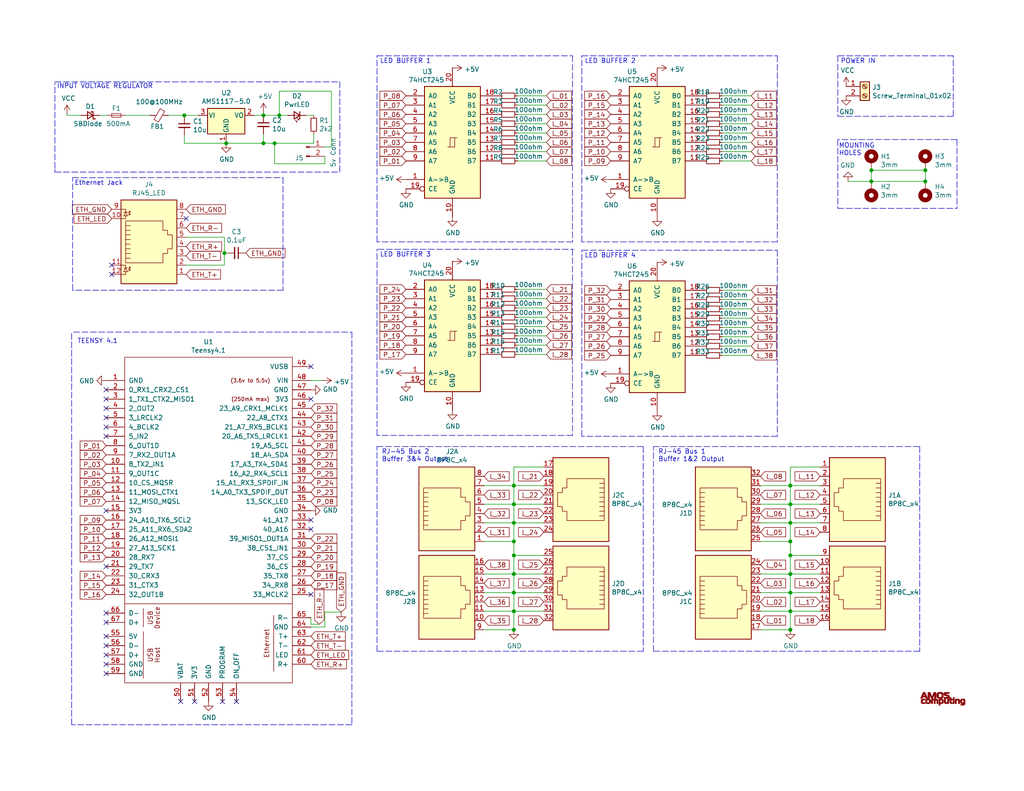
<source format=kicad_sch>
(kicad_sch (version 20211123) (generator eeschema)
  (paper "A")
  (title_block (title "DuotrigesimalWS2811") (company "Amos Computing"))
  (junction (at 237.744 46.482))
  (junction (at 215.646 166.878))
  (junction (at 140.208 156.718))
  (junction (at 50.292 31.496))
  (junction (at 140.208 166.878))
  (junction (at 140.208 137.668))
  (junction (at 140.208 132.588))
  (junction (at 61.722 39.116))
  (junction (at 140.208 142.748))
  (junction (at 215.646 142.748))
  (junction (at 237.744 49.53))
  (junction (at 215.646 171.958))
  (junction (at 215.646 151.638))
  (junction (at 140.208 147.828))
  (junction (at 71.882 39.116))
  (junction (at 215.646 161.798))
  (junction (at 140.208 161.798))
  (junction (at 140.208 151.638))
  (junction (at 215.646 137.668))
  (junction (at 61.214 69.088))
  (junction (at 252.476 46.482))
  (junction (at 215.646 156.718))
  (junction (at 76.2 31.496))
  (junction (at 215.646 147.828))
  (junction (at 74.93 39.116))
  (junction (at 252.476 49.53))
  (junction (at 71.882 31.496))
  (junction (at 215.646 132.588))
  (junction (at 140.208 171.958))
  (no_connect (at 64.516 191.516))
  (no_connect (at 28.956 116.586))
  (no_connect (at 28.956 108.966))
  (no_connect (at 28.956 178.816))
  (no_connect (at 30.48 74.93))
  (no_connect (at 84.836 108.966))
  (no_connect (at 28.956 173.736))
  (no_connect (at 50.8 59.69))
  (no_connect (at 84.836 144.526))
  (no_connect (at 84.836 141.986))
  (no_connect (at 30.48 72.39))
  (no_connect (at 28.956 169.926))
  (no_connect (at 28.956 183.896))
  (no_connect (at 28.956 139.446))
  (no_connect (at 28.956 106.426))
  (no_connect (at 28.956 111.506))
  (no_connect (at 28.956 154.686))
  (no_connect (at 28.956 176.276))
  (no_connect (at 49.276 191.516))
  (no_connect (at 60.706 191.516))
  (no_connect (at 28.956 181.356))
  (no_connect (at 53.086 191.516))
  (no_connect (at 84.836 162.306))
  (no_connect (at 84.836 100.076))
  (no_connect (at 28.956 114.046))
  (no_connect (at 28.956 119.126))
  (no_connect (at 28.956 167.386))
  (wire (pts (xy 223.774 161.798) (xy 215.646 161.798)))
  (polyline (pts (xy 158.75 68.326) (xy 212.09 68.326)))
  (wire (pts (xy 85.598 31.496) (xy 83.566 31.496)))
  (wire (pts (xy 74.93 44.704) (xy 74.93 39.116)))
  (polyline (pts (xy 96.012 197.866) (xy 19.558 197.866)))
  (wire (pts (xy 141.224 94.234) (xy 149.098 94.234)))
  (polyline (pts (xy 175.514 121.92) (xy 175.514 177.8)))
  (wire (pts (xy 149.098 96.774) (xy 141.224 96.774)))
  (wire (pts (xy 61.214 69.088) (xy 61.214 72.39)))
  (polyline (pts (xy 156.21 68.072) (xy 156.21 118.872)))
  (wire (pts (xy 215.646 147.828) (xy 215.646 142.748)))
  (polyline (pts (xy 14.986 22.352) (xy 92.71 22.352)))
  (wire (pts (xy 71.882 31.496) (xy 71.882 30.734)))
  (wire (pts (xy 223.774 166.878) (xy 215.646 166.878)))
  (wire (pts (xy 140.208 127.508) (xy 140.208 132.588)))
  (wire (pts (xy 141.224 84.074) (xy 149.098 84.074)))
  (wire (pts (xy 149.098 43.942) (xy 141.224 43.942)))
  (wire (pts (xy 204.978 28.702) (xy 197.104 28.702)))
  (wire (pts (xy 140.208 137.668) (xy 140.208 132.588)))
  (wire (pts (xy 215.646 147.828) (xy 215.646 151.638)))
  (wire (pts (xy 141.224 78.994) (xy 149.098 78.994)))
  (wire (pts (xy 76.2 31.496) (xy 71.882 31.496)))
  (wire (pts (xy 85.598 39.116) (xy 85.598 36.576)))
  (polyline (pts (xy 19.558 197.866) (xy 19.558 90.678)))
  (polyline (pts (xy 14.986 46.99) (xy 92.71 46.99)))
  (wire (pts (xy 50.8 64.77) (xy 61.214 64.77)))
  (wire (pts (xy 84.836 171.196) (xy 88.646 171.196)))
  (wire (pts (xy 149.098 86.614) (xy 141.224 86.614)))
  (wire (pts (xy 215.646 142.748) (xy 215.646 137.668)))
  (wire (pts (xy 50.292 39.116) (xy 61.722 39.116)))
  (wire (pts (xy 132.08 161.798) (xy 140.208 161.798)))
  (polyline (pts (xy 261.112 38.1) (xy 261.112 56.896)))
  (wire (pts (xy 223.774 142.748) (xy 215.646 142.748)))
  (wire (pts (xy 71.882 36.576) (xy 71.882 39.116)))
  (wire (pts (xy 132.08 132.588) (xy 140.208 132.588)))
  (polyline (pts (xy 260.096 31.75) (xy 260.096 15.24)))
  (wire (pts (xy 88.646 44.704) (xy 74.93 44.704)))
  (polyline (pts (xy 158.75 66.04) (xy 158.75 15.24)))
  (polyline (pts (xy 175.514 177.8) (xy 102.87 177.8)))
  (wire (pts (xy 61.722 39.116) (xy 71.882 39.116)))
  (wire (pts (xy 204.978 91.948) (xy 197.104 91.948)))
  (wire (pts (xy 204.978 81.788) (xy 197.104 81.788)))
  (wire (pts (xy 140.208 147.828) (xy 140.208 151.638)))
  (wire (pts (xy 204.978 33.782) (xy 197.104 33.782)))
  (polyline (pts (xy 19.812 79.248) (xy 19.812 48.514)))
  (wire (pts (xy 84.836 170.434) (xy 87.122 170.434)))
  (wire (pts (xy 88.646 40.132) (xy 90.424 40.132)))
  (polyline (pts (xy 260.096 15.24) (xy 228.6 15.24)))
  (wire (pts (xy 204.978 43.942) (xy 197.104 43.942)))
  (wire (pts (xy 71.882 39.116) (xy 74.93 39.116)))
  (wire (pts (xy 27.178 31.496) (xy 29.21 31.496)))
  (wire (pts (xy 215.646 127.508) (xy 215.646 132.588)))
  (polyline (pts (xy 212.09 66.04) (xy 158.75 66.04)))
  (polyline (pts (xy 77.216 79.248) (xy 19.812 79.248)))
  (wire (pts (xy 197.104 36.322) (xy 204.978 36.322)))
  (wire (pts (xy 237.744 46.482) (xy 252.476 46.482)))
  (wire (pts (xy 197.104 89.408) (xy 204.978 89.408)))
  (polyline (pts (xy 96.012 90.678) (xy 96.012 197.866)))
  (polyline (pts (xy 77.216 48.514) (xy 77.216 79.248)))
  (wire (pts (xy 50.8 72.39) (xy 61.214 72.39)))
  (wire (pts (xy 132.08 142.748) (xy 140.208 142.748)))
  (wire (pts (xy 141.224 41.402) (xy 149.098 41.402)))
  (wire (pts (xy 140.208 166.878) (xy 140.208 161.798)))
  (wire (pts (xy 215.646 127.508) (xy 223.774 127.508)))
  (wire (pts (xy 132.08 147.828) (xy 140.208 147.828)))
  (wire (pts (xy 223.774 132.588) (xy 215.646 132.588)))
  (wire (pts (xy 74.93 39.116) (xy 85.598 39.116)))
  (wire (pts (xy 148.336 156.718) (xy 140.208 156.718)))
  (wire (pts (xy 61.214 69.088) (xy 61.976 69.088)))
  (wire (pts (xy 18.288 31.496) (xy 18.288 31.242)))
  (polyline (pts (xy 102.87 177.8) (xy 102.87 121.92)))
  (wire (pts (xy 148.336 161.798) (xy 140.208 161.798)))
  (wire (pts (xy 141.224 31.242) (xy 149.098 31.242)))
  (wire (pts (xy 88.646 167.132) (xy 93.091 167.132)))
  (wire (pts (xy 90.424 24.892) (xy 76.2 24.892)))
  (polyline (pts (xy 178.308 177.8) (xy 178.308 121.92)))
  (polyline (pts (xy 102.87 118.872) (xy 102.87 68.072)))
  (wire (pts (xy 197.104 31.242) (xy 204.978 31.242)))
  (wire (pts (xy 141.224 26.162) (xy 149.098 26.162)))
  (polyline (pts (xy 103.124 68.072) (xy 156.464 68.072)))
  (wire (pts (xy 141.224 89.154) (xy 149.098 89.154)))
  (wire (pts (xy 88.646 42.672) (xy 88.646 44.704)))
  (polyline (pts (xy 228.6 31.75) (xy 260.096 31.75)))
  (polyline (pts (xy 158.75 119.126) (xy 158.75 68.326)))
  (wire (pts (xy 207.518 147.828) (xy 215.646 147.828)))
  (wire (pts (xy 132.08 166.878) (xy 140.208 166.878)))
  (polyline (pts (xy 14.986 45.974) (xy 14.986 22.606)))
  (wire (pts (xy 132.08 137.668) (xy 140.208 137.668)))
  (wire (pts (xy 223.774 156.718) (xy 215.646 156.718)))
  (wire (pts (xy 207.518 171.958) (xy 215.646 171.958)))
  (wire (pts (xy 50.292 31.496) (xy 54.102 31.496)))
  (wire (pts (xy 149.098 91.694) (xy 141.224 91.694)))
  (wire (pts (xy 231.394 49.53) (xy 237.744 49.53)))
  (polyline (pts (xy 228.6 56.896) (xy 261.112 56.896)))
  (wire (pts (xy 207.518 156.718) (xy 215.646 156.718)))
  (wire (pts (xy 215.646 156.718) (xy 215.646 151.638)))
  (wire (pts (xy 84.836 168.656) (xy 84.836 170.434)))
  (wire (pts (xy 252.476 46.482) (xy 252.476 49.53)))
  (polyline (pts (xy 212.09 119.126) (xy 158.75 119.126)))
  (wire (pts (xy 149.098 38.862) (xy 141.224 38.862)))
  (polyline (pts (xy 178.308 121.92) (xy 250.952 121.92)))
  (wire (pts (xy 207.518 166.878) (xy 215.646 166.878)))
  (polyline (pts (xy 261.112 38.1) (xy 228.6 38.1)))
  (wire (pts (xy 148.336 142.748) (xy 140.208 142.748)))
  (wire (pts (xy 149.098 28.702) (xy 141.224 28.702)))
  (wire (pts (xy 76.2 24.892) (xy 76.2 31.496)))
  (wire (pts (xy 50.292 36.83) (xy 50.292 39.116)))
  (wire (pts (xy 215.646 161.798) (xy 215.646 156.718)))
  (wire (pts (xy 50.292 31.496) (xy 45.974 31.496)))
  (polyline (pts (xy 228.6 38.1) (xy 228.6 56.896)))
  (polyline (pts (xy 250.952 121.92) (xy 250.952 177.8)))
  (polyline (pts (xy 158.75 15.24) (xy 212.09 15.24)))
  (wire (pts (xy 132.08 171.958) (xy 140.208 171.958)))
  (wire (pts (xy 69.342 31.496) (xy 71.882 31.496)))
  (wire (pts (xy 215.646 166.878) (xy 215.646 161.798)))
  (polyline (pts (xy 156.21 118.872) (xy 102.87 118.872)))
  (wire (pts (xy 197.104 79.248) (xy 204.978 79.248)))
  (polyline (pts (xy 228.6 15.24) (xy 228.6 31.75)))
  (wire (pts (xy 141.224 36.322) (xy 149.098 36.322)))
  (wire (pts (xy 50.292 31.496) (xy 50.292 31.75)))
  (wire (pts (xy 207.518 161.798) (xy 215.646 161.798)))
  (wire (pts (xy 140.208 147.828) (xy 140.208 142.748)))
  (wire (pts (xy 22.098 31.496) (xy 18.288 31.496)))
  (wire (pts (xy 204.978 97.028) (xy 197.104 97.028)))
  (wire (pts (xy 140.208 171.958) (xy 140.208 166.878)))
  (wire (pts (xy 207.518 137.668) (xy 215.646 137.668)))
  (polyline (pts (xy 156.21 15.24) (xy 156.21 66.04)))
  (polyline (pts (xy 92.71 22.352) (xy 92.71 46.99)))
  (wire (pts (xy 148.336 166.878) (xy 140.208 166.878)))
  (wire (pts (xy 215.646 171.958) (xy 215.646 166.878)))
  (wire (pts (xy 237.744 49.53) (xy 237.744 46.482)))
  (polyline (pts (xy 102.87 121.92) (xy 175.514 121.92)))
  (wire (pts (xy 88.646 171.196) (xy 88.646 167.132)))
  (wire (pts (xy 140.208 156.718) (xy 140.208 151.638)))
  (wire (pts (xy 252.476 49.53) (xy 237.744 49.53)))
  (polyline (pts (xy 102.87 15.24) (xy 156.21 15.24)))
  (wire (pts (xy 132.08 156.718) (xy 140.208 156.718)))
  (wire (pts (xy 223.774 137.668) (xy 215.646 137.668)))
  (wire (pts (xy 204.978 38.862) (xy 197.104 38.862)))
  (wire (pts (xy 34.29 31.496) (xy 40.894 31.496)))
  (wire (pts (xy 197.104 94.488) (xy 204.978 94.488)))
  (wire (pts (xy 140.208 142.748) (xy 140.208 137.668)))
  (wire (pts (xy 61.214 64.77) (xy 61.214 69.088)))
  (polyline (pts (xy 102.87 66.04) (xy 102.87 15.24)))
  (wire (pts (xy 207.518 142.748) (xy 215.646 142.748)))
  (wire (pts (xy 223.774 151.638) (xy 215.646 151.638)))
  (wire (pts (xy 148.336 137.668) (xy 140.208 137.668)))
  (wire (pts (xy 207.518 132.588) (xy 215.646 132.588)))
  (polyline (pts (xy 19.812 48.514) (xy 77.216 48.514)))
  (wire (pts (xy 140.208 127.508) (xy 148.336 127.508)))
  (polyline (pts (xy 212.09 68.326) (xy 212.09 119.126)))
  (wire (pts (xy 197.104 26.162) (xy 204.978 26.162)))
  (wire (pts (xy 148.336 151.638) (xy 140.208 151.638)))
  (wire (pts (xy 215.646 137.668) (xy 215.646 132.588)))
  (wire (pts (xy 140.208 161.798) (xy 140.208 156.718)))
  (wire (pts (xy 197.104 84.328) (xy 204.978 84.328)))
  (wire (pts (xy 148.336 132.588) (xy 140.208 132.588)))
  (wire (pts (xy 197.104 41.402) (xy 204.978 41.402)))
  (polyline (pts (xy 20.066 90.678) (xy 96.012 90.678)))
  (polyline (pts (xy 212.09 15.24) (xy 212.09 66.04)))
  (polyline (pts (xy 156.21 66.04) (xy 102.87 66.04)))
  (polyline (pts (xy 14.986 46.228) (xy 14.986 46.99)))
  (polyline (pts (xy 250.952 177.8) (xy 178.308 177.8)))
  (wire (pts (xy 78.486 31.496) (xy 76.2 31.496)))
  (wire (pts (xy 84.836 103.886) (xy 87.884 103.886)))
  (wire (pts (xy 149.098 33.782) (xy 141.224 33.782)))
  (wire (pts (xy 204.978 86.868) (xy 197.104 86.868)))
  (wire (pts (xy 149.098 81.534) (xy 141.224 81.534)))
  (wire (pts (xy 90.424 40.132) (xy 90.424 24.892)))
  (text "INPUT VOLTAGE REGULATOR" (at 15.494 24.384 0) (effects (font (size 1.27 1.27)) (justify left bottom)))
  (text "MOUNTING\nHOLES" (at 228.854 42.672 0) (effects (font (size 1.27 1.27)) (justify left bottom)))
  (text "LED BUFFER 1" (at 103.632 17.526 0) (effects (font (size 1.27 1.27)) (justify left bottom)))
  (text "RJ-45 Bus 2\nBuffer 3&4 Output" (at 104.14 126.238 0) (effects (font (size 1.27 1.27)) (justify left bottom)))
  (text "Ethernet Jack" (at 20.32 50.8 0) (effects (font (size 1.27 1.27)) (justify left bottom)))
  (text "LED BUFFER 4" (at 159.512 70.612 0) (effects (font (size 1.27 1.27)) (justify left bottom)))
  (text "POWER IN" (at 229.362 17.526 0) (effects (font (size 1.27 1.27)) (justify left bottom)))
  (text "LED BUFFER 2\n" (at 159.512 17.526 0) (effects (font (size 1.27 1.27)) (justify left bottom)))
  (text "RJ-45 Bus 1\nBuffer 1&2 Output" (at 179.578 126.238 0) (effects (font (size 1.27 1.27)) (justify left bottom)))
  (text "LED BUFFER 3\n" (at 103.632 70.358 0) (effects (font (size 1.27 1.27)) (justify left bottom)))
  (text "TEENSY 4.1" (at 21.082 93.98 0) (effects (font (size 1.27 1.27)) (justify left bottom)))
  (global_label "P_07" (shape input) (at 28.956 136.906 180) (property "Intersheet References" "${INTERSHEET_REFS}" (effects hide)))
  (global_label "P_23" (shape input) (at 84.836 134.366 0) (property "Intersheet References" "${INTERSHEET_REFS}" (effects hide)))
  (global_label "P_01" (shape input) (at 28.956 121.666 180) (property "Intersheet References" "${INTERSHEET_REFS}" (effects hide)))
  (global_label "L_31" (shape input) (at 204.978 79.248 0) (property "Intersheet References" "${INTERSHEET_REFS}" (effects hide)))
  (global_label "P_19" (shape input) (at 110.744 91.694 180) (property "Intersheet References" "${INTERSHEET_REFS}" (effects hide)))
  (global_label "P_15" (shape input) (at 166.624 28.702 180) (property "Intersheet References" "${INTERSHEET_REFS}" (effects hide)))
  (global_label "L_06" (shape input) (at 149.098 38.862 0) (property "Intersheet References" "${INTERSHEET_REFS}" (effects hide)))
  (global_label "ETH_T+" (shape input) (at 84.836 173.736 0) (property "Intersheet References" "${INTERSHEET_REFS}" (effects hide)))
  (global_label "L_33" (shape input) (at 204.978 84.328 0) (property "Intersheet References" "${INTERSHEET_REFS}" (effects hide)))
  (global_label "P_17" (shape input) (at 110.744 96.774 180) (property "Intersheet References" "${INTERSHEET_REFS}" (effects hide)))
  (global_label "P_01" (shape input) (at 110.744 43.942 180) (property "Intersheet References" "${INTERSHEET_REFS}" (effects hide)))
  (global_label "L_18" (shape input) (at 204.978 43.942 0) (property "Intersheet References" "${INTERSHEET_REFS}" (effects hide)))
  (global_label "P_02" (shape input) (at 28.956 124.206 180) (property "Intersheet References" "${INTERSHEET_REFS}" (effects hide)))
  (global_label "P_13" (shape input) (at 28.956 152.146 180) (property "Intersheet References" "${INTERSHEET_REFS}" (effects hide)))
  (global_label "ETH_T-" (shape input) (at 84.836 176.276 0) (property "Intersheet References" "${INTERSHEET_REFS}" (effects hide)))
  (global_label "ETH_R+" (shape input) (at 50.8 67.31 0) (property "Intersheet References" "${INTERSHEET_REFS}" (effects hide)))
  (global_label "L_07" (shape input) (at 207.518 135.128 0) (property "Intersheet References" "${INTERSHEET_REFS}" (effects hide)))
  (global_label "L_15" (shape input) (at 204.978 36.322 0) (property "Intersheet References" "${INTERSHEET_REFS}" (effects hide)))
  (global_label "P_14" (shape input) (at 166.624 31.242 180) (property "Intersheet References" "${INTERSHEET_REFS}" (effects hide)))
  (global_label "P_21" (shape input) (at 84.836 149.606 0) (property "Intersheet References" "${INTERSHEET_REFS}" (effects hide)))
  (global_label "P_17" (shape input) (at 84.836 159.766 0) (property "Intersheet References" "${INTERSHEET_REFS}" (effects hide)))
  (global_label "L_01" (shape input) (at 149.098 26.162 0) (property "Intersheet References" "${INTERSHEET_REFS}" (effects hide)))
  (global_label "ETH_T+" (shape input) (at 50.8 74.93 0) (property "Intersheet References" "${INTERSHEET_REFS}" (effects hide)))
  (global_label "L_01" (shape input) (at 207.518 169.418 0) (property "Intersheet References" "${INTERSHEET_REFS}" (effects hide)))
  (global_label "P_32" (shape input) (at 166.624 79.248 180) (property "Intersheet References" "${INTERSHEET_REFS}" (effects hide)))
  (global_label "L_38" (shape input) (at 132.08 154.178 0) (property "Intersheet References" "${INTERSHEET_REFS}" (effects hide)))
  (global_label "L_32" (shape input) (at 132.08 140.208 0) (property "Intersheet References" "${INTERSHEET_REFS}" (effects hide)))
  (global_label "L_11" (shape input) (at 204.978 26.162 0) (property "Intersheet References" "${INTERSHEET_REFS}" (effects hide)))
  (global_label "L_32" (shape input) (at 204.978 81.788 0) (property "Intersheet References" "${INTERSHEET_REFS}" (effects hide)))
  (global_label "L_35" (shape input) (at 132.08 169.418 0) (property "Intersheet References" "${INTERSHEET_REFS}" (effects hide)))
  (global_label "L_36" (shape input) (at 132.08 164.338 0) (property "Intersheet References" "${INTERSHEET_REFS}" (effects hide)))
  (global_label "P_26" (shape input) (at 84.836 126.746 0) (property "Intersheet References" "${INTERSHEET_REFS}" (effects hide)))
  (global_label "ETH_LED" (shape input) (at 30.48 59.69 180) (property "Intersheet References" "${INTERSHEET_REFS}" (effects hide)))
  (global_label "L_18" (shape input) (at 223.774 169.418 180) (property "Intersheet References" "${INTERSHEET_REFS}" (effects hide)))
  (global_label "ETH_T-" (shape input) (at 50.8 69.85 0) (property "Intersheet References" "${INTERSHEET_REFS}" (effects hide)))
  (global_label "P_07" (shape input) (at 110.744 28.702 180) (property "Intersheet References" "${INTERSHEET_REFS}" (effects hide)))
  (global_label "P_16" (shape input) (at 166.624 26.162 180) (property "Intersheet References" "${INTERSHEET_REFS}" (effects hide)))
  (global_label "ETH_GND" (shape input) (at 93.091 167.132 90) (property "Intersheet References" "${INTERSHEET_REFS}" (effects hide)))
  (global_label "P_22" (shape input) (at 110.744 84.074 180) (property "Intersheet References" "${INTERSHEET_REFS}" (effects hide)))
  (global_label "P_09" (shape input) (at 166.624 43.942 180) (property "Intersheet References" "${INTERSHEET_REFS}" (effects hide)))
  (global_label "P_20" (shape input) (at 84.836 152.146 0) (property "Intersheet References" "${INTERSHEET_REFS}" (effects hide)))
  (global_label "P_31" (shape input) (at 84.836 114.046 0) (property "Intersheet References" "${INTERSHEET_REFS}" (effects hide)))
  (global_label "P_28" (shape input) (at 84.836 121.666 0) (property "Intersheet References" "${INTERSHEET_REFS}" (effects hide)))
  (global_label "L_16" (shape input) (at 223.774 159.258 180) (property "Intersheet References" "${INTERSHEET_REFS}" (effects hide)))
  (global_label "P_11" (shape input) (at 28.956 147.066 180) (property "Intersheet References" "${INTERSHEET_REFS}" (effects hide)))
  (global_label "L_14" (shape input) (at 223.774 145.288 180) (property "Intersheet References" "${INTERSHEET_REFS}" (effects hide)))
  (global_label "L_03" (shape input) (at 149.098 31.242 0) (property "Intersheet References" "${INTERSHEET_REFS}" (effects hide)))
  (global_label "L_22" (shape input) (at 149.098 81.534 0) (property "Intersheet References" "${INTERSHEET_REFS}" (effects hide)))
  (global_label "L_23" (shape input) (at 149.098 84.074 0) (property "Intersheet References" "${INTERSHEET_REFS}" (effects hide)))
  (global_label "L_21" (shape input) (at 149.098 78.994 0) (property "Intersheet References" "${INTERSHEET_REFS}" (effects hide)))
  (global_label "L_28" (shape input) (at 148.336 169.418 180) (property "Intersheet References" "${INTERSHEET_REFS}" (effects hide)))
  (global_label "L_14" (shape input) (at 204.978 33.782 0) (property "Intersheet References" "${INTERSHEET_REFS}" (effects hide)))
  (global_label "ETH_R+" (shape input) (at 84.836 181.356 0) (property "Intersheet References" "${INTERSHEET_REFS}" (effects hide)))
  (global_label "L_25" (shape input) (at 148.336 154.178 180) (property "Intersheet References" "${INTERSHEET_REFS}" (effects hide)))
  (global_label "P_09" (shape input) (at 28.956 141.986 180) (property "Intersheet References" "${INTERSHEET_REFS}" (effects hide)))
  (global_label "L_26" (shape input) (at 149.098 91.694 0) (property "Intersheet References" "${INTERSHEET_REFS}" (effects hide)))
  (global_label "P_10" (shape input) (at 28.956 144.526 180) (property "Intersheet References" "${INTERSHEET_REFS}" (effects hide)))
  (global_label "P_18" (shape input) (at 84.836 157.226 0) (property "Intersheet References" "${INTERSHEET_REFS}" (effects hide)))
  (global_label "P_08" (shape input) (at 84.836 136.906 0) (property "Intersheet References" "${INTERSHEET_REFS}" (effects hide)))
  (global_label "P_12" (shape input) (at 166.624 36.322 180) (property "Intersheet References" "${INTERSHEET_REFS}" (effects hide)))
  (global_label "P_08" (shape input) (at 110.744 26.162 180) (property "Intersheet References" "${INTERSHEET_REFS}" (effects hide)))
  (global_label "P_19" (shape input) (at 84.836 154.686 0) (property "Intersheet References" "${INTERSHEET_REFS}" (effects hide)))
  (global_label "L_35" (shape input) (at 204.978 89.408 0) (property "Intersheet References" "${INTERSHEET_REFS}" (effects hide)))
  (global_label "L_05" (shape input) (at 207.518 145.288 0) (property "Intersheet References" "${INTERSHEET_REFS}" (effects hide)))
  (global_label "P_06" (shape input) (at 110.744 31.242 180) (property "Intersheet References" "${INTERSHEET_REFS}" (effects hide)))
  (global_label "L_08" (shape input) (at 149.098 43.942 0) (property "Intersheet References" "${INTERSHEET_REFS}" (effects hide)))
  (global_label "P_04" (shape input) (at 110.744 36.322 180) (property "Intersheet References" "${INTERSHEET_REFS}" (effects hide)))
  (global_label "P_12" (shape input) (at 28.956 149.606 180) (property "Intersheet References" "${INTERSHEET_REFS}" (effects hide)))
  (global_label "ETH_GND" (shape input) (at 67.056 69.088 0) (property "Intersheet References" "${INTERSHEET_REFS}" (effects hide)))
  (global_label "L_13" (shape input) (at 204.978 31.242 0) (property "Intersheet References" "${INTERSHEET_REFS}" (effects hide)))
  (global_label "L_03" (shape input) (at 207.518 159.258 0) (property "Intersheet References" "${INTERSHEET_REFS}" (effects hide)))
  (global_label "P_23" (shape input) (at 110.744 81.534 180) (property "Intersheet References" "${INTERSHEET_REFS}" (effects hide)))
  (global_label "L_37" (shape input) (at 132.08 159.258 0) (property "Intersheet References" "${INTERSHEET_REFS}" (effects hide)))
  (global_label "L_15" (shape input) (at 223.774 154.178 180) (property "Intersheet References" "${INTERSHEET_REFS}" (effects hide)))
  (global_label "ETH_R-" (shape input) (at 87.122 170.434 90) (property "Intersheet References" "${INTERSHEET_REFS}" (effects hide)))
  (global_label "L_11" (shape input) (at 223.774 130.048 180) (property "Intersheet References" "${INTERSHEET_REFS}" (effects hide)))
  (global_label "P_32" (shape input) (at 84.836 111.506 0) (property "Intersheet References" "${INTERSHEET_REFS}" (effects hide)))
  (global_label "P_11" (shape input) (at 166.624 38.862 180) (property "Intersheet References" "${INTERSHEET_REFS}" (effects hide)))
  (global_label "P_30" (shape input) (at 84.836 116.586 0) (property "Intersheet References" "${INTERSHEET_REFS}" (effects hide)))
  (global_label "P_02" (shape input) (at 110.744 41.402 180) (property "Intersheet References" "${INTERSHEET_REFS}" (effects hide)))
  (global_label "ETH_R-" (shape input) (at 50.8 62.23 0) (property "Intersheet References" "${INTERSHEET_REFS}" (effects hide)))
  (global_label "P_05" (shape input) (at 110.744 33.782 180) (property "Intersheet References" "${INTERSHEET_REFS}" (effects hide)))
  (global_label "P_27" (shape input) (at 84.836 124.206 0) (property "Intersheet References" "${INTERSHEET_REFS}" (effects hide)))
  (global_label "P_21" (shape input) (at 110.744 86.614 180) (property "Intersheet References" "${INTERSHEET_REFS}" (effects hide)))
  (global_label "L_26" (shape input) (at 148.336 159.258 180) (property "Intersheet References" "${INTERSHEET_REFS}" (effects hide)))
  (global_label "L_02" (shape input) (at 149.098 28.702 0) (property "Intersheet References" "${INTERSHEET_REFS}" (effects hide)))
  (global_label "L_34" (shape input) (at 204.978 86.868 0) (property "Intersheet References" "${INTERSHEET_REFS}" (effects hide)))
  (global_label "L_07" (shape input) (at 149.098 41.402 0) (property "Intersheet References" "${INTERSHEET_REFS}" (effects hide)))
  (global_label "L_25" (shape input) (at 149.098 89.154 0) (property "Intersheet References" "${INTERSHEET_REFS}" (effects hide)))
  (global_label "L_02" (shape input) (at 207.518 164.338 0) (property "Intersheet References" "${INTERSHEET_REFS}" (effects hide)))
  (global_label "L_22" (shape input) (at 148.336 135.128 180) (property "Intersheet References" "${INTERSHEET_REFS}" (effects hide)))
  (global_label "P_05" (shape input) (at 28.956 131.826 180) (property "Intersheet References" "${INTERSHEET_REFS}" (effects hide)))
  (global_label "P_14" (shape input) (at 28.956 157.226 180) (property "Intersheet References" "${INTERSHEET_REFS}" (effects hide)))
  (global_label "P_03" (shape input) (at 110.744 38.862 180) (property "Intersheet References" "${INTERSHEET_REFS}" (effects hide)))
  (global_label "P_25" (shape input) (at 166.624 97.028 180) (property "Intersheet References" "${INTERSHEET_REFS}" (effects hide)))
  (global_label "L_17" (shape input) (at 204.978 41.402 0) (property "Intersheet References" "${INTERSHEET_REFS}" (effects hide)))
  (global_label "L_31" (shape input) (at 132.08 145.288 0) (property "Intersheet References" "${INTERSHEET_REFS}" (effects hide)))
  (global_label "L_23" (shape input) (at 148.336 140.208 180) (property "Intersheet References" "${INTERSHEET_REFS}" (effects hide)))
  (global_label "L_04" (shape input) (at 149.098 33.782 0) (property "Intersheet References" "${INTERSHEET_REFS}" (effects hide)))
  (global_label "L_16" (shape input) (at 204.978 38.862 0) (property "Intersheet References" "${INTERSHEET_REFS}" (effects hide)))
  (global_label "P_29" (shape input) (at 166.624 86.868 180) (property "Intersheet References" "${INTERSHEET_REFS}" (effects hide)))
  (global_label "P_30" (shape input) (at 166.624 84.328 180) (property "Intersheet References" "${INTERSHEET_REFS}" (effects hide)))
  (global_label "P_31" (shape input) (at 166.624 81.788 180) (property "Intersheet References" "${INTERSHEET_REFS}" (effects hide)))
  (global_label "L_33" (shape input) (at 132.08 135.128 0) (property "Intersheet References" "${INTERSHEET_REFS}" (effects hide)))
  (global_label "P_03" (shape input) (at 28.956 126.746 180) (property "Intersheet References" "${INTERSHEET_REFS}" (effects hide)))
  (global_label "L_27" (shape input) (at 149.098 94.234 0) (property "Intersheet References" "${INTERSHEET_REFS}" (effects hide)))
  (global_label "L_38" (shape input) (at 204.978 97.028 0) (property "Intersheet References" "${INTERSHEET_REFS}" (effects hide)))
  (global_label "L_27" (shape input) (at 148.336 164.338 180) (property "Intersheet References" "${INTERSHEET_REFS}" (effects hide)))
  (global_label "P_16" (shape input) (at 28.956 162.306 180) (property "Intersheet References" "${INTERSHEET_REFS}" (effects hide)))
  (global_label "L_24" (shape input) (at 148.336 145.288 180) (property "Intersheet References" "${INTERSHEET_REFS}" (effects hide)))
  (global_label "L_17" (shape input) (at 223.774 164.338 180) (property "Intersheet References" "${INTERSHEET_REFS}" (effects hide)))
  (global_label "P_24" (shape input) (at 110.744 78.994 180) (property "Intersheet References" "${INTERSHEET_REFS}" (effects hide)))
  (global_label "L_24" (shape input) (at 149.098 86.614 0) (property "Intersheet References" "${INTERSHEET_REFS}" (effects hide)))
  (global_label "L_06" (shape input) (at 207.518 140.208 0) (property "Intersheet References" "${INTERSHEET_REFS}" (effects hide)))
  (global_label "ETH_GND" (shape input) (at 50.8 57.15 0) (property "Intersheet References" "${INTERSHEET_REFS}" (effects hide)))
  (global_label "L_04" (shape input) (at 207.518 154.178 0) (property "Intersheet References" "${INTERSHEET_REFS}" (effects hide)))
  (global_label "P_15" (shape input) (at 28.956 159.766 180) (property "Intersheet References" "${INTERSHEET_REFS}" (effects hide)))
  (global_label "P_22" (shape input) (at 84.836 147.066 0) (property "Intersheet References" "${INTERSHEET_REFS}" (effects hide)))
  (global_label "L_12" (shape input) (at 223.774 135.128 180) (property "Intersheet References" "${INTERSHEET_REFS}" (effects hide)))
  (global_label "P_06" (shape input) (at 28.956 134.366 180) (property "Intersheet References" "${INTERSHEET_REFS}" (effects hide)))
  (global_label "L_36" (shape input) (at 204.978 91.948 0) (property "Intersheet References" "${INTERSHEET_REFS}" (effects hide)))
  (global_label "ETH_GND" (shape input) (at 30.48 57.15 180) (property "Intersheet References" "${INTERSHEET_REFS}" (effects hide)))
  (global_label "P_27" (shape input) (at 166.624 91.948 180) (property "Intersheet References" "${INTERSHEET_REFS}" (effects hide)))
  (global_label "P_26" (shape input) (at 166.624 94.488 180) (property "Intersheet References" "${INTERSHEET_REFS}" (effects hide)))
  (global_label "L_34" (shape input) (at 132.08 130.048 0) (property "Intersheet References" "${INTERSHEET_REFS}" (effects hide)))
  (global_label "P_25" (shape input) (at 84.836 129.286 0) (property "Intersheet References" "${INTERSHEET_REFS}" (effects hide)))
  (global_label "P_29" (shape input) (at 84.836 119.126 0) (property "Intersheet References" "${INTERSHEET_REFS}" (effects hide)))
  (global_label "L_21" (shape input) (at 148.336 130.048 180) (property "Intersheet References" "${INTERSHEET_REFS}" (effects hide)))
  (global_label "P_20" (shape input) (at 110.744 89.154 180) (property "Intersheet References" "${INTERSHEET_REFS}" (effects hide)))
  (global_label "L_05" (shape input) (at 149.098 36.322 0) (property "Intersheet References" "${INTERSHEET_REFS}" (effects hide)))
  (global_label "ETH_LED" (shape input) (at 84.836 178.816 0) (property "Intersheet References" "${INTERSHEET_REFS}" (effects hide)))
  (global_label "L_12" (shape input) (at 204.978 28.702 0) (property "Intersheet References" "${INTERSHEET_REFS}" (effects hide)))
  (global_label "P_13" (shape input) (at 166.624 33.782 180) (property "Intersheet References" "${INTERSHEET_REFS}" (effects hide)))
  (global_label "L_08" (shape input) (at 207.518 130.048 0) (property "Intersheet References" "${INTERSHEET_REFS}" (effects hide)))
  (global_label "P_18" (shape input) (at 110.744 94.234 180) (property "Intersheet References" "${INTERSHEET_REFS}" (effects hide)))
  (global_label "P_28" (shape input) (at 166.624 89.408 180) (property "Intersheet References" "${INTERSHEET_REFS}" (effects hide)))
  (global_label "L_28" (shape input) (at 149.098 96.774 0) (property "Intersheet References" "${INTERSHEET_REFS}" (effects hide)))
  (global_label "L_13" (shape input) (at 223.774 140.208 180) (property "Intersheet References" "${INTERSHEET_REFS}" (effects hide)))
  (global_label "P_04" (shape input) (at 28.956 129.286 180) (property "Intersheet References" "${INTERSHEET_REFS}" (effects hide)))
  (global_label "P_24" (shape input) (at 84.836 131.826 0) (property "Intersheet References" "${INTERSHEET_REFS}" (effects hide)))
  (global_label "P_10" (shape input) (at 166.624 41.402 180) (property "Intersheet References" "${INTERSHEET_REFS}" (effects hide)))
  (global_label "L_37" (shape input) (at 204.978 94.488 0) (property "Intersheet References" "${INTERSHEET_REFS}" (effects hide)))
  (symbol (lib_id "Regulator_Linear:AMS1117-5.0") (at 61.722 31.496 0) (unit 1)
    (property "Reference" "U2" (at 61.722 25.3492 0))
    (property "Value" "AMS1117-5.0" (at 61.722 27.6606 0))
    (property "Footprint" "Package_TO_SOT_SMD:SOT-223-3_TabPin2" (effects hide))
    (property "Datasheet" "http://www.advanced-monolithic.com/pdf/ds1117.pdf" (effects hide))
    (property "LCSC" "C6187" (effects hide))
  )
  (symbol (lib_id "Device:C_Small") (at 50.292 34.29 0) (unit 1)
    (property "Reference" "C1" (at 52.6288 33.1216 0) (effects (justify left)))
    (property "Value" "10u" (at 52.6288 35.433 0) (effects (justify left)))
    (property "Footprint" "Capacitor_SMD:C_1206_3216Metric" (effects hide))
    (property "Datasheet" "https://datasheet.lcsc.com/szlcsc/Samsung-Electro-Mechanics-CL31A106KBHNNNE_C13585.pdf" (effects hide))
    (property "LCSC" "C13585" (effects hide))
  )
  (symbol (lib_id "Device:C_Small") (at 71.882 34.036 0) (unit 1)
    (property "Reference" "C2" (at 74.2188 32.8676 0) (effects (justify left)))
    (property "Value" "10u" (at 74.2188 35.179 0) (effects (justify left)))
    (property "Footprint" "Capacitor_SMD:C_1206_3216Metric" (effects hide))
    (property "Datasheet" "https://datasheet.lcsc.com/szlcsc/Samsung-Electro-Mechanics-CL31A106KBHNNNE_C13585.pdf" (effects hide))
    (property "LCSC" "C13585" (effects hide))
  )
  (symbol (lib_id "power:GND") (at 61.722 39.116 0) (unit 1)
    (property "Reference" "#PWR05" (effects hide))
    (property "Value" "GND" (at 61.849 43.5102 0))
  )
  (symbol (lib_id "power:+5V") (at 71.882 30.734 0) (unit 1)
    (property "Reference" "#PWR06" (effects hide))
    (property "Value" "+5V" (at 72.263 26.3398 0))
  )
  (symbol (lib_id "Device:Ferrite_Bead_Small") (at 43.434 31.496 270) (unit 1)
    (property "Reference" "FB1" (at 42.926 34.544 90))
    (property "Value" "100@100MHz " (at 43.434 27.7876 90))
    (property "Footprint" "Inductor_SMD:L_0805_2012Metric" (effects hide))
    (property "LCSC" " C1015" (effects hide))
    (property "Part Number" "GZ2012D101TF Ferrite Bead" (effects hide))
  )
  (symbol (lib_id "Device:Fuse_Small") (at 31.75 31.496 0) (unit 1)
    (property "Reference" "F1" (at 31.75 29.591 0))
    (property "Value" "500mA" (at 32.258 33.782 0))
    (property "Footprint" "Fuse:Fuse_1206_3216Metric_Pad1.42x1.75mm_HandSolder" (effects hide))
  )
  (symbol (lib_id "Device:D_Schottky_Small") (at 24.638 31.496 180) (unit 1)
    (property "Reference" "D1" (at 24.638 29.083 0))
    (property "Value" "SBDiode" (at 24.003 33.782 0))
    (property "Footprint" "Diode_SMD:D_SOD-123" (effects hide))
    (property "LCSC" "C8598" (effects hide))
    (property "Part Number" "B5819W" (effects hide))
  )
  (symbol (lib_id "Device:LED_Small") (at 81.026 31.496 180) (unit 1)
    (property "Reference" "D2" (at 81.026 26.2382 0))
    (property "Value" "PwrLED" (at 81.026 28.5496 0))
    (property "Footprint" "LED_SMD:LED_0603_1608Metric" (effects hide))
    (property "LCSC" "C2286" (effects hide))
  )
  (symbol (lib_id "Device:R_Small") (at 85.598 34.036 0) (unit 1)
    (property "Reference" "R1" (at 87.0966 32.8676 0) (effects (justify left)))
    (property "Value" "2k2" (at 87.0966 35.179 0) (effects (justify left)))
    (property "Footprint" "Resistor_SMD:R_0805_2012Metric" (effects hide))
    (property "LCSC" "C17520" (effects hide))
  )
  (symbol (lib_id "power:+5V") (at 87.884 103.886 270) (unit 1)
    (property "Reference" "#PWR09" (effects hide))
    (property "Value" "+5V" (at 91.1352 104.267 90) (effects (justify left)))
  )
  (symbol (lib_id "power:GND") (at 28.956 103.886 270) (unit 1)
    (property "Reference" "#PWR03" (effects hide))
    (property "Value" "GND" (at 25.7048 104.013 90) (effects (justify right)))
  )
  (symbol (lib_id "power:GND") (at 84.836 139.446 90) (unit 1)
    (property "Reference" "#PWR08" (effects hide))
    (property "Value" "GND" (at 88.0872 139.319 90) (effects (justify right)))
  )
  (symbol (lib_id "power:GND") (at 56.896 191.516 0) (unit 1)
    (property "Reference" "#PWR04" (effects hide))
    (property "Value" "GND" (at 57.023 195.9102 0))
  )
  (symbol (lib_id "power:GND") (at 84.836 106.426 90) (unit 1)
    (property "Reference" "#PWR07" (effects hide))
    (property "Value" "GND" (at 88.0872 106.299 90) (effects (justify right)))
  )
  (symbol (lib_id "Mechanical:MountingHole_Pad") (at 237.744 43.942 0) (unit 1)
    (property "Reference" "H1" (at 240.284 42.6974 0) (effects (justify left)))
    (property "Value" "3mm" (at 240.284 45.0088 0) (effects (justify left)))
    (property "Footprint" "MountingHole:MountingHole_3.2mm_M3_Pad_Via" (effects hide))
  )
  (symbol (lib_id "Mechanical:MountingHole_Pad") (at 237.744 52.07 180) (unit 1)
    (property "Reference" "H2" (at 240.284 50.9778 0) (effects (justify right)))
    (property "Value" "3mm" (at 240.284 53.2892 0) (effects (justify right)))
    (property "Footprint" "MountingHole:MountingHole_3.2mm_M3_Pad_Via" (effects hide))
  )
  (symbol (lib_id "Mechanical:MountingHole_Pad") (at 252.476 43.942 0) (unit 1)
    (property "Reference" "H3" (at 255.016 42.6974 0) (effects (justify left)))
    (property "Value" "3mm" (at 255.016 45.0088 0) (effects (justify left)))
    (property "Footprint" "MountingHole:MountingHole_3.2mm_M3_Pad_Via" (effects hide))
  )
  (symbol (lib_id "Mechanical:MountingHole_Pad") (at 252.476 52.07 180) (unit 1)
    (property "Reference" "H4" (at 255.016 50.9778 0) (effects (justify right)))
    (property "Value" "3mm" (at 255.016 53.2892 0) (effects (justify right)))
    (property "Footprint" "MountingHole:MountingHole_3.2mm_M3_Pad_Via" (effects hide))
  )
  (symbol (lib_id "power:GND") (at 231.394 49.53 180) (unit 1)
    (property "Reference" "#PWR02" (effects hide))
    (property "Value" "GND" (at 231.267 45.1358 0))
  )
  (symbol (lib_id "74xx:74HC245") (at 123.444 38.862 0) (unit 1)
    (property "Reference" "U3" (at 116.586 19.558 0))
    (property "Value" "74HCT245" (at 116.332 21.844 0))
    (property "Footprint" "Package_SO:SOIC-20W_7.5x12.8mm_P1.27mm" (effects hide))
    (property "Datasheet" "http://www.ti.com/lit/gpn/sn74HC245" (effects hide))
    (property "LCSC" "C110789" (effects hide))
  )
  (symbol (lib_id "power:+5V") (at 123.444 18.542 270) (unit 1)
    (property "Reference" "#PWR014" (effects hide))
    (property "Value" "+5V" (at 126.6952 18.923 90) (effects (justify left)))
  )
  (symbol (lib_id "power:GND") (at 123.444 59.182 0) (unit 1)
    (property "Reference" "#PWR015" (effects hide))
    (property "Value" "GND" (at 123.571 63.5762 0))
  )
  (symbol (lib_id "power:GND") (at 110.744 51.562 0) (unit 1)
    (property "Reference" "#PWR011" (effects hide))
    (property "Value" "GND" (at 110.871 55.9562 0))
  )
  (symbol (lib_id "power:+5V") (at 110.744 49.022 90) (unit 1)
    (property "Reference" "#PWR010" (effects hide))
    (property "Value" "+5V" (at 107.4928 48.641 90) (effects (justify left)))
  )
  (symbol (lib_id "Device:R_Small") (at 138.684 26.162 270) (unit 1)
    (property "Reference" "R2" (at 135.89 25.146 90))
    (property "Value" "100ohm" (at 144.272 24.892 90))
    (property "Footprint" "Resistor_SMD:R_01005_0402Metric" (effects hide))
    (property "Datasheet" "https://datasheet.lcsc.com/szlcsc/Uniroyal-Elec-0402WGF1000TCE_C25076.pdf" (effects hide))
    (property "LCSC" " C25076" (effects hide))
  )
  (symbol (lib_id "74xx:74HC245") (at 179.324 38.862 0) (unit 1)
    (property "Reference" "U5" (at 172.466 19.558 0))
    (property "Value" "74HCT245" (at 172.212 21.844 0))
    (property "Footprint" "Package_SO:SOIC-20W_7.5x12.8mm_P1.27mm" (effects hide))
    (property "Datasheet" "http://www.ti.com/lit/gpn/sn74HC245" (effects hide))
    (property "LCSC" "C110789" (effects hide))
  )
  (symbol (lib_id "power:+5V") (at 179.324 18.542 270) (unit 1)
    (property "Reference" "#PWR023" (effects hide))
    (property "Value" "+5V" (at 182.5752 18.923 90) (effects (justify left)))
  )
  (symbol (lib_id "power:GND") (at 179.324 59.182 0) (unit 1)
    (property "Reference" "#PWR024" (effects hide))
    (property "Value" "GND" (at 179.451 63.5762 0))
  )
  (symbol (lib_id "power:GND") (at 166.624 51.562 0) (unit 1)
    (property "Reference" "#PWR020" (effects hide))
    (property "Value" "GND" (at 166.751 55.9562 0))
  )
  (symbol (lib_id "power:+5V") (at 166.624 49.022 90) (unit 1)
    (property "Reference" "#PWR019" (effects hide))
    (property "Value" "+5V" (at 163.3728 48.641 90) (effects (justify left)))
  )
  (symbol (lib_id "74xx:74HC245") (at 123.444 91.694 0) (unit 1)
    (property "Reference" "U4" (at 116.586 72.39 0))
    (property "Value" "74HCT245" (at 116.332 74.676 0))
    (property "Footprint" "Package_SO:SOIC-20W_7.5x12.8mm_P1.27mm" (effects hide))
    (property "Datasheet" "http://www.ti.com/lit/gpn/sn74HC245" (effects hide))
    (property "LCSC" "C110789" (effects hide))
  )
  (symbol (lib_id "power:+5V") (at 123.444 71.374 270) (unit 1)
    (property "Reference" "#PWR016" (effects hide))
    (property "Value" "+5V" (at 126.6952 71.755 90) (effects (justify left)))
  )
  (symbol (lib_id "power:GND") (at 123.444 112.014 0) (unit 1)
    (property "Reference" "#PWR017" (effects hide))
    (property "Value" "GND" (at 123.571 116.4082 0))
  )
  (symbol (lib_id "power:GND") (at 110.744 104.394 0) (unit 1)
    (property "Reference" "#PWR013" (effects hide))
    (property "Value" "GND" (at 110.871 108.7882 0))
  )
  (symbol (lib_id "power:+5V") (at 110.744 101.854 90) (unit 1)
    (property "Reference" "#PWR012" (effects hide))
    (property "Value" "+5V" (at 107.4928 101.473 90) (effects (justify left)))
  )
  (symbol (lib_id "74xx:74HC245") (at 179.324 91.948 0) (unit 1)
    (property "Reference" "U6" (at 172.466 72.644 0))
    (property "Value" "74HCT245" (at 172.212 74.93 0))
    (property "Footprint" "Package_SO:SOIC-20W_7.5x12.8mm_P1.27mm" (effects hide))
    (property "Datasheet" "http://www.ti.com/lit/gpn/sn74HC245" (effects hide))
    (property "LCSC" "C110789" (effects hide))
  )
  (symbol (lib_id "power:+5V") (at 179.324 71.628 270) (unit 1)
    (property "Reference" "#PWR025" (effects hide))
    (property "Value" "+5V" (at 182.5752 72.009 90) (effects (justify left)))
  )
  (symbol (lib_id "power:GND") (at 179.324 112.268 0) (unit 1)
    (property "Reference" "#PWR026" (effects hide))
    (property "Value" "GND" (at 179.451 116.6622 0))
  )
  (symbol (lib_id "power:GND") (at 166.624 104.648 0) (unit 1)
    (property "Reference" "#PWR022" (effects hide))
    (property "Value" "GND" (at 166.751 109.0422 0))
  )
  (symbol (lib_id "power:+5V") (at 166.624 102.108 90) (unit 1)
    (property "Reference" "#PWR021" (effects hide))
    (property "Value" "+5V" (at 163.3728 101.727 90) (effects (justify left)))
  )
  (symbol (lib_id "Controller_T41_rev0.2-rescue:8P8C_x4-Connector") (at 233.934 123.698 180) (unit 1)
    (property "Reference" "J1" (at 242.316 135.2296 0) (effects (justify right)))
    (property "Value" "8P8C_x4" (at 242.316 137.541 0) (effects (justify right)))
    (property "Footprint" "Controller_T41_rev0.2:RJ45_Amphenol_RJHSE508004-ND‎" (effects hide))
  )
  (symbol (lib_id "Controller_T41_rev0.2-rescue:8P8C_x4-Connector") (at 233.934 147.828 180) (unit 2)
    (property "Reference" "J1" (at 242.316 159.3596 0) (effects (justify right)))
    (property "Value" "8P8C_x4" (at 242.316 161.671 0) (effects (justify right)))
    (property "Footprint" "Controller_T41_rev0.2:RJ45_Amphenol_RJHSE508004-ND‎" (effects hide))
  )
  (symbol (lib_id "Controller_T41_rev0.2-rescue:8P8C_x4-Connector") (at 197.358 175.768 0) (unit 3)
    (property "Reference" "J1" (at 188.976 164.2364 0) (effects (justify right)))
    (property "Value" "8P8C_x4" (at 188.976 161.925 0) (effects (justify right)))
    (property "Footprint" "Controller_T41_rev0.2:RJ45_Amphenol_RJHSE508004-ND‎" (effects hide))
  )
  (symbol (lib_id "Controller_T41_rev0.2-rescue:8P8C_x4-Connector") (at 197.358 151.638 0) (unit 4)
    (property "Reference" "J1" (at 188.976 140.1064 0) (effects (justify right)))
    (property "Value" "8P8C_x4" (at 188.976 137.795 0) (effects (justify right)))
    (property "Footprint" "Controller_T41_rev0.2:RJ45_Amphenol_RJHSE508004-ND‎" (effects hide))
  )
  (symbol (lib_id "power:GND") (at 215.646 171.958 0) (unit 1)
    (property "Reference" "#PWR027" (effects hide))
    (property "Value" "GND" (at 215.773 176.3522 0))
  )
  (symbol (lib_id "Controller_T41_rev0.2-rescue:8P8C_x4-Connector") (at 121.92 175.768 0) (unit 2)
    (property "Reference" "J2" (at 113.538 164.2364 0) (effects (justify right)))
    (property "Value" "8P8C_x4" (at 113.538 161.925 0) (effects (justify right)))
    (property "Footprint" "Controller_T41_rev0.2:RJ45_Amphenol_RJHSE508004-ND‎" (effects hide))
  )
  (symbol (lib_id "Controller_T41_rev0.2-rescue:8P8C_x4-Connector") (at 158.496 147.828 180) (unit 4)
    (property "Reference" "J2" (at 166.878 159.3596 0) (effects (justify right)))
    (property "Value" "8P8C_x4" (at 166.878 161.671 0) (effects (justify right)))
    (property "Footprint" "Controller_T41_rev0.2:RJ45_Amphenol_RJHSE508004-ND‎" (effects hide))
  )
  (symbol (lib_id "Controller_T41_rev0.2-rescue:8P8C_x4-Connector") (at 158.496 123.698 180) (unit 3)
    (property "Reference" "J2" (at 166.878 135.2296 0) (effects (justify right)))
    (property "Value" "8P8C_x4" (at 166.878 137.541 0) (effects (justify right)))
    (property "Footprint" "Controller_T41_rev0.2:RJ45_Amphenol_RJHSE508004-ND‎" (effects hide))
  )
  (symbol (lib_id "Controller_T41_rev0.2-rescue:8P8C_x4-Connector") (at 121.92 151.638 0) (unit 1)
    (property "Reference" "J2" (at 123.3678 123.2662 0))
    (property "Value" "8P8C_x4" (at 123.3678 125.5776 0))
    (property "Footprint" "Controller_T41_rev0.2:RJ45_Amphenol_RJHSE508004-ND‎" (effects hide))
  )
  (symbol (lib_id "power:GND") (at 140.208 171.958 0) (unit 1)
    (property "Reference" "#PWR018" (effects hide))
    (property "Value" "GND" (at 140.335 176.3522 0))
  )
  (symbol (lib_id "Connector:Screw_Terminal_01x02") (at 235.966 23.622 0) (unit 1)
    (property "Reference" "J3" (at 237.998 23.8252 0) (effects (justify left)))
    (property "Value" "Screw_Terminal_01x02" (at 237.998 26.1366 0) (effects (justify left)))
    (property "Footprint" "TerminalBlock_Phoenix:TerminalBlock_Phoenix_MKDS-3-2-5.08_1x02_P5.08mm_Horizontal" (effects hide))
  )
  (symbol (lib_id "power:VCC") (at 230.886 23.622 0) (unit 1)
    (property "Reference" "#PWR028" (effects hide))
    (property "Value" "VCC" (at 231.267 19.2278 0))
  )
  (symbol (lib_id "power:GND") (at 230.886 26.162 0) (unit 1)
    (property "Reference" "#PWR029" (effects hide))
    (property "Value" "GND" (at 231.013 30.5562 0))
  )
  (symbol (lib_id "Connector:RJ45_LED") (at 40.64 67.31 0) (unit 1)
    (property "Reference" "J4" (at 40.64 50.3682 0))
    (property "Value" "RJ45_LED" (at 40.64 52.6796 0))
    (property "Footprint" "Connector_RJ:RJ45_Cetus_J1B1211CCD_Horizontal" (effects hide))
  )
  (symbol (lib_id "Device:C_Small") (at 64.516 69.088 270) (unit 1)
    (property "Reference" "C3" (at 64.516 63.2714 90))
    (property "Value" "0.1uF" (at 64.516 65.5828 90))
    (property "Footprint" "Capacitor_SMD:C_0805_2012Metric" (effects hide))
    (property "LCSC" "C49678" (effects hide))
  )
  (symbol (lib_id "power:GND") (at 93.091 167.132 0) (unit 1)
    (property "Reference" "#PWR0102" (effects hide))
    (property "Value" "GND" (at 93.218 171.5262 0))
  )
  (symbol (lib_id "power:VCC") (at 18.288 31.242 0) (unit 1)
    (property "Reference" "#PWR0103" (effects hide))
    (property "Value" "VCC" (at 18.669 26.8478 0))
  )
  (symbol (lib_id "Connector:Conn_01x02_Male") (at 83.566 40.132 0) (unit 1)
    (property "Reference" "J5" (at 82.8548 43.1292 0) (effects (justify right)))
    (property "Value" "5v Conn" (at 90.932 37.592 90) (effects (justify right)))
    (property "Footprint" "Connector_PinHeader_2.54mm:PinHeader_1x02_P2.54mm_Vertical" (effects hide))
  )
  (symbol (lib_id "teensy:Teensy4.1") (at 56.896 158.496 0) (unit 1)
    (property "Reference" "U1" (at 56.896 93.345 0))
    (property "Value" "Teensy4.1" (at 56.896 95.6564 0))
    (property "Footprint" "teensy:Teensy41" (effects hide))
  )
  (symbol (lib_id "logo:LOGO") (at 257.302 190.754 0) (unit 1)
    (property "Reference" "#G1" (effects hide))
    (property "Value" "LOGO" (effects hide))
    (property "Footprint" "Controller_T41_rev0.2:logo" (effects hide))
  )
  (symbol (lib_id "Device:R_Small") (at 138.684 28.702 270) (unit 1)
    (property "Reference" "R3" (at 135.89 27.686 90))
    (property "Value" "100ohm" (at 144.272 27.432 90))
    (property "Footprint" "Resistor_SMD:R_01005_0402Metric" (effects hide))
    (property "Datasheet" "https://datasheet.lcsc.com/szlcsc/Uniroyal-Elec-0402WGF1000TCE_C25076.pdf" (effects hide))
    (property "LCSC" " C25076" (effects hide))
  )
  (symbol (lib_id "Device:R_Small") (at 138.684 31.242 270) (unit 1)
    (property "Reference" "R4" (at 135.89 30.226 90))
    (property "Value" "100ohm" (at 144.272 29.972 90))
    (property "Footprint" "Resistor_SMD:R_01005_0402Metric" (effects hide))
    (property "Datasheet" "https://datasheet.lcsc.com/szlcsc/Uniroyal-Elec-0402WGF1000TCE_C25076.pdf" (effects hide))
    (property "LCSC" " C25076" (effects hide))
  )
  (symbol (lib_id "Device:R_Small") (at 138.684 33.782 270) (unit 1)
    (property "Reference" "R5" (at 135.89 32.766 90))
    (property "Value" "100ohm" (at 144.272 32.512 90))
    (property "Footprint" "Resistor_SMD:R_01005_0402Metric" (effects hide))
    (property "Datasheet" "https://datasheet.lcsc.com/szlcsc/Uniroyal-Elec-0402WGF1000TCE_C25076.pdf" (effects hide))
    (property "LCSC" " C25076" (effects hide))
  )
  (symbol (lib_id "Device:R_Small") (at 138.684 36.322 270) (unit 1)
    (property "Reference" "R6" (at 135.89 35.306 90))
    (property "Value" "100ohm" (at 144.272 35.052 90))
    (property "Footprint" "Resistor_SMD:R_01005_0402Metric" (effects hide))
    (property "Datasheet" "https://datasheet.lcsc.com/szlcsc/Uniroyal-Elec-0402WGF1000TCE_C25076.pdf" (effects hide))
    (property "LCSC" " C25076" (effects hide))
  )
  (symbol (lib_id "Device:R_Small") (at 138.684 38.862 270) (unit 1)
    (property "Reference" "R7" (at 135.89 37.846 90))
    (property "Value" "100ohm" (at 144.272 37.592 90))
    (property "Footprint" "Resistor_SMD:R_01005_0402Metric" (effects hide))
    (property "Datasheet" "https://datasheet.lcsc.com/szlcsc/Uniroyal-Elec-0402WGF1000TCE_C25076.pdf" (effects hide))
    (property "LCSC" " C25076" (effects hide))
  )
  (symbol (lib_id "Device:R_Small") (at 138.684 41.402 270) (unit 1)
    (property "Reference" "R8" (at 135.89 40.386 90))
    (property "Value" "100ohm" (at 144.272 40.132 90))
    (property "Footprint" "Resistor_SMD:R_01005_0402Metric" (effects hide))
    (property "Datasheet" "https://datasheet.lcsc.com/szlcsc/Uniroyal-Elec-0402WGF1000TCE_C25076.pdf" (effects hide))
    (property "LCSC" " C25076" (effects hide))
  )
  (symbol (lib_id "Device:R_Small") (at 138.684 43.942 270) (unit 1)
    (property "Reference" "R9" (at 135.89 42.926 90))
    (property "Value" "100ohm" (at 144.272 42.672 90))
    (property "Footprint" "Resistor_SMD:R_01005_0402Metric" (effects hide))
    (property "Datasheet" "https://datasheet.lcsc.com/szlcsc/Uniroyal-Elec-0402WGF1000TCE_C25076.pdf" (effects hide))
    (property "LCSC" " C25076" (effects hide))
  )
  (symbol (lib_id "Device:R_Small") (at 138.684 78.994 270) (unit 1)
    (property "Reference" "R10" (at 135.89 77.978 90))
    (property "Value" "100ohm" (at 144.272 77.724 90))
    (property "Footprint" "Resistor_SMD:R_01005_0402Metric" (effects hide))
    (property "Datasheet" "https://datasheet.lcsc.com/szlcsc/Uniroyal-Elec-0402WGF1000TCE_C25076.pdf" (effects hide))
    (property "LCSC" " C25076" (effects hide))
  )
  (symbol (lib_id "Device:R_Small") (at 138.684 81.534 270) (unit 1)
    (property "Reference" "R11" (at 135.89 80.518 90))
    (property "Value" "100ohm" (at 144.272 80.264 90))
    (property "Footprint" "Resistor_SMD:R_01005_0402Metric" (effects hide))
    (property "Datasheet" "https://datasheet.lcsc.com/szlcsc/Uniroyal-Elec-0402WGF1000TCE_C25076.pdf" (effects hide))
    (property "LCSC" " C25076" (effects hide))
  )
  (symbol (lib_id "Device:R_Small") (at 138.684 84.074 270) (unit 1)
    (property "Reference" "R12" (at 135.89 83.058 90))
    (property "Value" "100ohm" (at 144.272 82.804 90))
    (property "Footprint" "Resistor_SMD:R_01005_0402Metric" (effects hide))
    (property "Datasheet" "https://datasheet.lcsc.com/szlcsc/Uniroyal-Elec-0402WGF1000TCE_C25076.pdf" (effects hide))
    (property "LCSC" " C25076" (effects hide))
  )
  (symbol (lib_id "Device:R_Small") (at 138.684 86.614 270) (unit 1)
    (property "Reference" "R13" (at 135.89 85.598 90))
    (property "Value" "100ohm" (at 144.272 85.344 90))
    (property "Footprint" "Resistor_SMD:R_01005_0402Metric" (effects hide))
    (property "Datasheet" "https://datasheet.lcsc.com/szlcsc/Uniroyal-Elec-0402WGF1000TCE_C25076.pdf" (effects hide))
    (property "LCSC" " C25076" (effects hide))
  )
  (symbol (lib_id "Device:R_Small") (at 138.684 89.154 270) (unit 1)
    (property "Reference" "R14" (at 135.89 88.138 90))
    (property "Value" "100ohm" (at 144.272 87.884 90))
    (property "Footprint" "Resistor_SMD:R_01005_0402Metric" (effects hide))
    (property "Datasheet" "https://datasheet.lcsc.com/szlcsc/Uniroyal-Elec-0402WGF1000TCE_C25076.pdf" (effects hide))
    (property "LCSC" " C25076" (effects hide))
  )
  (symbol (lib_id "Device:R_Small") (at 138.684 91.694 270) (unit 1)
    (property "Reference" "R15" (at 135.89 90.678 90))
    (property "Value" "100ohm" (at 144.272 90.424 90))
    (property "Footprint" "Resistor_SMD:R_01005_0402Metric" (effects hide))
    (property "Datasheet" "https://datasheet.lcsc.com/szlcsc/Uniroyal-Elec-0402WGF1000TCE_C25076.pdf" (effects hide))
    (property "LCSC" " C25076" (effects hide))
  )
  (symbol (lib_id "Device:R_Small") (at 138.684 94.234 270) (unit 1)
    (property "Reference" "R16" (at 135.89 93.218 90))
    (property "Value" "100ohm" (at 144.272 92.964 90))
    (property "Footprint" "Resistor_SMD:R_01005_0402Metric" (effects hide))
    (property "Datasheet" "https://datasheet.lcsc.com/szlcsc/Uniroyal-Elec-0402WGF1000TCE_C25076.pdf" (effects hide))
    (property "LCSC" " C25076" (effects hide))
  )
  (symbol (lib_id "Device:R_Small") (at 138.684 96.774 270) (unit 1)
    (property "Reference" "R17" (at 135.89 95.758 90))
    (property "Value" "100ohm" (at 144.272 95.504 90))
    (property "Footprint" "Resistor_SMD:R_01005_0402Metric" (effects hide))
    (property "Datasheet" "https://datasheet.lcsc.com/szlcsc/Uniroyal-Elec-0402WGF1000TCE_C25076.pdf" (effects hide))
    (property "LCSC" " C25076" (effects hide))
  )
  (symbol (lib_id "Device:R_Small") (at 194.564 79.248 270) (unit 1)
    (property "Reference" "R26" (at 191.77 78.232 90))
    (property "Value" "100ohm" (at 200.152 77.978 90))
    (property "Footprint" "Resistor_SMD:R_01005_0402Metric" (effects hide))
    (property "Datasheet" "https://datasheet.lcsc.com/szlcsc/Uniroyal-Elec-0402WGF1000TCE_C25076.pdf" (effects hide))
    (property "LCSC" " C25076" (effects hide))
  )
  (symbol (lib_id "Device:R_Small") (at 194.564 81.788 270) (unit 1)
    (property "Reference" "R27" (at 191.77 80.772 90))
    (property "Value" "100ohm" (at 200.152 80.518 90))
    (property "Footprint" "Resistor_SMD:R_01005_0402Metric" (effects hide))
    (property "Datasheet" "https://datasheet.lcsc.com/szlcsc/Uniroyal-Elec-0402WGF1000TCE_C25076.pdf" (effects hide))
    (property "LCSC" " C25076" (effects hide))
  )
  (symbol (lib_id "Device:R_Small") (at 194.564 84.328 270) (unit 1)
    (property "Reference" "R28" (at 191.77 83.312 90))
    (property "Value" "100ohm" (at 200.152 83.058 90))
    (property "Footprint" "Resistor_SMD:R_01005_0402Metric" (effects hide))
    (property "Datasheet" "https://datasheet.lcsc.com/szlcsc/Uniroyal-Elec-0402WGF1000TCE_C25076.pdf" (effects hide))
    (property "LCSC" " C25076" (effects hide))
  )
  (symbol (lib_id "Device:R_Small") (at 194.564 86.868 270) (unit 1)
    (property "Reference" "R29" (at 191.77 85.852 90))
    (property "Value" "100ohm" (at 200.152 85.598 90))
    (property "Footprint" "Resistor_SMD:R_01005_0402Metric" (effects hide))
    (property "Datasheet" "https://datasheet.lcsc.com/szlcsc/Uniroyal-Elec-0402WGF1000TCE_C25076.pdf" (effects hide))
    (property "LCSC" " C25076" (effects hide))
  )
  (symbol (lib_id "Device:R_Small") (at 194.564 89.408 270) (unit 1)
    (property "Reference" "R30" (at 191.77 88.392 90))
    (property "Value" "100ohm" (at 200.152 88.138 90))
    (property "Footprint" "Resistor_SMD:R_01005_0402Metric" (effects hide))
    (property "Datasheet" "https://datasheet.lcsc.com/szlcsc/Uniroyal-Elec-0402WGF1000TCE_C25076.pdf" (effects hide))
    (property "LCSC" " C25076" (effects hide))
  )
  (symbol (lib_id "Device:R_Small") (at 194.564 91.948 270) (unit 1)
    (property "Reference" "R31" (at 191.77 90.932 90))
    (property "Value" "100ohm" (at 200.152 90.678 90))
    (property "Footprint" "Resistor_SMD:R_01005_0402Metric" (effects hide))
    (property "Datasheet" "https://datasheet.lcsc.com/szlcsc/Uniroyal-Elec-0402WGF1000TCE_C25076.pdf" (effects hide))
    (property "LCSC" " C25076" (effects hide))
  )
  (symbol (lib_id "Device:R_Small") (at 194.564 94.488 270) (unit 1)
    (property "Reference" "R32" (at 191.77 93.472 90))
    (property "Value" "100ohm" (at 200.152 93.218 90))
    (property "Footprint" "Resistor_SMD:R_01005_0402Metric" (effects hide))
    (property "Datasheet" "https://datasheet.lcsc.com/szlcsc/Uniroyal-Elec-0402WGF1000TCE_C25076.pdf" (effects hide))
    (property "LCSC" " C25076" (effects hide))
  )
  (symbol (lib_id "Device:R_Small") (at 194.564 97.028 270) (unit 1)
    (property "Reference" "R33" (at 191.77 96.012 90))
    (property "Value" "100ohm" (at 200.152 95.758 90))
    (property "Footprint" "Resistor_SMD:R_01005_0402Metric" (effects hide))
    (property "Datasheet" "https://datasheet.lcsc.com/szlcsc/Uniroyal-Elec-0402WGF1000TCE_C25076.pdf" (effects hide))
    (property "LCSC" " C25076" (effects hide))
  )
  (symbol (lib_id "Device:R_Small") (at 194.564 26.162 270) (unit 1)
    (property "Reference" "R18" (at 191.77 25.146 90))
    (property "Value" "100ohm" (at 200.152 24.892 90))
    (property "Footprint" "Resistor_SMD:R_01005_0402Metric" (effects hide))
    (property "Datasheet" "https://datasheet.lcsc.com/szlcsc/Uniroyal-Elec-0402WGF1000TCE_C25076.pdf" (effects hide))
    (property "LCSC" " C25076" (effects hide))
  )
  (symbol (lib_id "Device:R_Small") (at 194.564 28.702 270) (unit 1)
    (property "Reference" "R19" (at 191.77 27.686 90))
    (property "Value" "100ohm" (at 200.152 27.432 90))
    (property "Footprint" "Resistor_SMD:R_01005_0402Metric" (effects hide))
    (property "Datasheet" "https://datasheet.lcsc.com/szlcsc/Uniroyal-Elec-0402WGF1000TCE_C25076.pdf" (effects hide))
    (property "LCSC" " C25076" (effects hide))
  )
  (symbol (lib_id "Device:R_Small") (at 194.564 31.242 270) (unit 1)
    (property "Reference" "R20" (at 191.77 30.226 90))
    (property "Value" "100ohm" (at 200.152 29.972 90))
    (property "Footprint" "Resistor_SMD:R_01005_0402Metric" (effects hide))
    (property "Datasheet" "https://datasheet.lcsc.com/szlcsc/Uniroyal-Elec-0402WGF1000TCE_C25076.pdf" (effects hide))
    (property "LCSC" " C25076" (effects hide))
  )
  (symbol (lib_id "Device:R_Small") (at 194.564 33.782 270) (unit 1)
    (property "Reference" "R21" (at 191.77 32.766 90))
    (property "Value" "100ohm" (at 200.152 32.512 90))
    (property "Footprint" "Resistor_SMD:R_01005_0402Metric" (effects hide))
    (property "Datasheet" "https://datasheet.lcsc.com/szlcsc/Uniroyal-Elec-0402WGF1000TCE_C25076.pdf" (effects hide))
    (property "LCSC" " C25076" (effects hide))
  )
  (symbol (lib_id "Device:R_Small") (at 194.564 36.322 270) (unit 1)
    (property "Reference" "R22" (at 191.77 35.306 90))
    (property "Value" "100ohm" (at 200.152 35.052 90))
    (property "Footprint" "Resistor_SMD:R_01005_0402Metric" (effects hide))
    (property "Datasheet" "https://datasheet.lcsc.com/szlcsc/Uniroyal-Elec-0402WGF1000TCE_C25076.pdf" (effects hide))
    (property "LCSC" " C25076" (effects hide))
  )
  (symbol (lib_id "Device:R_Small") (at 194.564 38.862 270) (unit 1)
    (property "Reference" "R23" (at 191.77 37.846 90))
    (property "Value" "100ohm" (at 200.152 37.592 90))
    (property "Footprint" "Resistor_SMD:R_01005_0402Metric" (effects hide))
    (property "Datasheet" "https://datasheet.lcsc.com/szlcsc/Uniroyal-Elec-0402WGF1000TCE_C25076.pdf" (effects hide))
    (property "LCSC" " C25076" (effects hide))
  )
  (symbol (lib_id "Device:R_Small") (at 194.564 41.402 270) (unit 1)
    (property "Reference" "R24" (at 191.77 40.386 90))
    (property "Value" "100ohm" (at 200.152 40.132 90))
    (property "Footprint" "Resistor_SMD:R_01005_0402Metric" (effects hide))
    (property "Datasheet" "https://datasheet.lcsc.com/szlcsc/Uniroyal-Elec-0402WGF1000TCE_C25076.pdf" (effects hide))
    (property "LCSC" " C25076" (effects hide))
  )
  (symbol (lib_id "Device:R_Small") (at 194.564 43.942 270) (unit 1)
    (property "Reference" "R25" (at 191.77 42.926 90))
    (property "Value" "100ohm" (at 200.152 42.672 90))
    (property "Footprint" "Resistor_SMD:R_01005_0402Metric" (effects hide))
    (property "Datasheet" "https://datasheet.lcsc.com/szlcsc/Uniroyal-Elec-0402WGF1000TCE_C25076.pdf" (effects hide))
    (property "LCSC" " C25076" (effects hide))
  )
)
</source>
